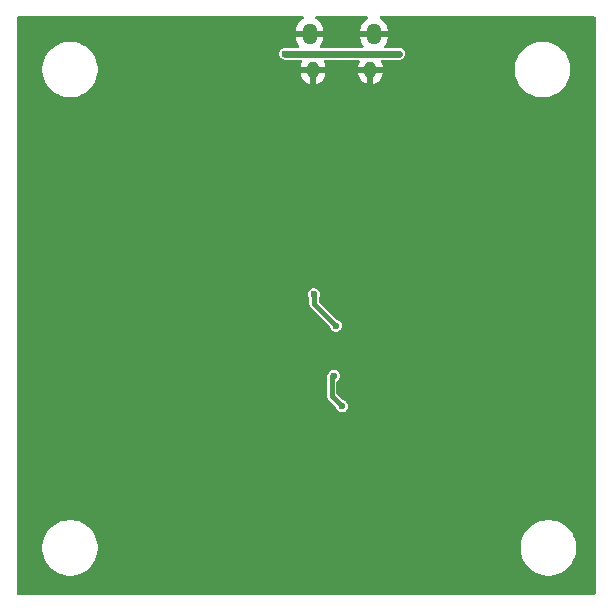
<source format=gbl>
G04 #@! TF.GenerationSoftware,KiCad,Pcbnew,8.0.5*
G04 #@! TF.CreationDate,2024-09-17T16:22:35-07:00*
G04 #@! TF.ProjectId,RP2040_PCB,52503230-3430-45f5-9043-422e6b696361,rev?*
G04 #@! TF.SameCoordinates,Original*
G04 #@! TF.FileFunction,Copper,L2,Bot*
G04 #@! TF.FilePolarity,Positive*
%FSLAX46Y46*%
G04 Gerber Fmt 4.6, Leading zero omitted, Abs format (unit mm)*
G04 Created by KiCad (PCBNEW 8.0.5) date 2024-09-17 16:22:35*
%MOMM*%
%LPD*%
G01*
G04 APERTURE LIST*
G04 #@! TA.AperFunction,ComponentPad*
%ADD10C,0.600000*%
G04 #@! TD*
G04 #@! TA.AperFunction,ComponentPad*
%ADD11O,1.300000X1.800000*%
G04 #@! TD*
G04 #@! TA.AperFunction,ComponentPad*
%ADD12O,1.050000X1.450000*%
G04 #@! TD*
G04 #@! TA.AperFunction,ViaPad*
%ADD13C,0.600000*%
G04 #@! TD*
G04 #@! TA.AperFunction,Conductor*
%ADD14C,0.600000*%
G04 #@! TD*
G04 #@! TA.AperFunction,Conductor*
%ADD15C,0.400000*%
G04 #@! TD*
G04 APERTURE END LIST*
D10*
G04 #@! TO.P,U3,57,GND*
G04 #@! TO.N,GND*
X152193566Y-103736781D03*
X152193566Y-105011781D03*
X152193566Y-106286781D03*
X153468566Y-103736781D03*
X153468566Y-105011781D03*
X153468566Y-106286781D03*
X154743566Y-103736781D03*
X154743566Y-105011781D03*
X154743566Y-106286781D03*
G04 #@! TD*
D11*
G04 #@! TO.P,J2,6,Shield*
G04 #@! TO.N,GND*
X157631066Y-78211781D03*
D12*
X157331066Y-81241781D03*
X152481066Y-81241781D03*
D11*
X152181066Y-78211781D03*
G04 #@! TD*
D13*
G04 #@! TO.N,GND*
X157406066Y-114711781D03*
X139050000Y-101250000D03*
X152150000Y-96200000D03*
X150406066Y-118711781D03*
X145906066Y-106211781D03*
X153406066Y-83211781D03*
X151406066Y-110711781D03*
X144406066Y-103711781D03*
X167906066Y-96711781D03*
X160906066Y-106711781D03*
X157406066Y-118711781D03*
X160900000Y-105250000D03*
X150406066Y-114711781D03*
X140906066Y-87211781D03*
X154906066Y-112711781D03*
X166406066Y-85211781D03*
X162960000Y-100900000D03*
X156600000Y-97200000D03*
X162990000Y-99650000D03*
X148906066Y-87211781D03*
X157700000Y-97211781D03*
X139406066Y-104211781D03*
X153300000Y-96211781D03*
X156406066Y-112711781D03*
G04 #@! TO.N,+3V3*
X159766000Y-79883000D03*
X150114000Y-79883000D03*
G04 #@! TO.N,+1V1*
X154940000Y-109728000D03*
X154400000Y-102900000D03*
X152550000Y-100250000D03*
X154250000Y-107150000D03*
G04 #@! TD*
D14*
G04 #@! TO.N,+3V3*
X150114000Y-79883000D02*
X159766000Y-79883000D01*
D15*
G04 #@! TO.N,+1V1*
X152550000Y-100250000D02*
X152550000Y-101050000D01*
X154050000Y-108838000D02*
X154940000Y-109728000D01*
X154050000Y-107200000D02*
X154050000Y-108838000D01*
X152550000Y-101050000D02*
X154400000Y-102900000D01*
G04 #@! TD*
G04 #@! TA.AperFunction,Conductor*
G04 #@! TO.N,GND*
G36*
X151650797Y-76731966D02*
G01*
X151696552Y-76784770D01*
X151706496Y-76853928D01*
X151677471Y-76917484D01*
X151640053Y-76946766D01*
X151578331Y-76978215D01*
X151431896Y-77084604D01*
X151303889Y-77212611D01*
X151197500Y-77359046D01*
X151115318Y-77520333D01*
X151115317Y-77520336D01*
X151059383Y-77692487D01*
X151031066Y-77871274D01*
X151031066Y-77961781D01*
X151831066Y-77961781D01*
X151831066Y-78461781D01*
X151031066Y-78461781D01*
X151031066Y-78552287D01*
X151059383Y-78731074D01*
X151115317Y-78903225D01*
X151115318Y-78903228D01*
X151197500Y-79064515D01*
X151285483Y-79185615D01*
X151308963Y-79251421D01*
X151293137Y-79319475D01*
X151243031Y-79368170D01*
X151185165Y-79382500D01*
X150042039Y-79382500D01*
X149980145Y-79400673D01*
X149977307Y-79401469D01*
X149920817Y-79416606D01*
X149914609Y-79419177D01*
X149904985Y-79422572D01*
X149903949Y-79423045D01*
X149855915Y-79453914D01*
X149850880Y-79456983D01*
X149806689Y-79482497D01*
X149802266Y-79485892D01*
X149786945Y-79498238D01*
X149782877Y-79500852D01*
X149782868Y-79500860D01*
X149750355Y-79538383D01*
X149744324Y-79544860D01*
X149713498Y-79575686D01*
X149710364Y-79581115D01*
X149696701Y-79600303D01*
X149688623Y-79609626D01*
X149688623Y-79609627D01*
X149671088Y-79648019D01*
X149665687Y-79658495D01*
X149647607Y-79689813D01*
X149647606Y-79689816D01*
X149644046Y-79703103D01*
X149637069Y-79722511D01*
X149628835Y-79740541D01*
X149623886Y-79774956D01*
X149620925Y-79789394D01*
X149613500Y-79817105D01*
X149613500Y-79838331D01*
X149612238Y-79855977D01*
X149608353Y-79882999D01*
X149612238Y-79910020D01*
X149613500Y-79927667D01*
X149613500Y-79948894D01*
X149620923Y-79976596D01*
X149623885Y-79991037D01*
X149628835Y-80025456D01*
X149628837Y-80025464D01*
X149637069Y-80043489D01*
X149644050Y-80062907D01*
X149647607Y-80076183D01*
X149647610Y-80076190D01*
X149665681Y-80107491D01*
X149671086Y-80117974D01*
X149688623Y-80156373D01*
X149696694Y-80165687D01*
X149710368Y-80184890D01*
X149713497Y-80190310D01*
X149713501Y-80190315D01*
X149744322Y-80221136D01*
X149750354Y-80227615D01*
X149782870Y-80265141D01*
X149782874Y-80265145D01*
X149786928Y-80267750D01*
X149802211Y-80280066D01*
X149806684Y-80283498D01*
X149806686Y-80283500D01*
X149850887Y-80309019D01*
X149855871Y-80312056D01*
X149903947Y-80342953D01*
X149903950Y-80342954D01*
X149903952Y-80342955D01*
X149904994Y-80343431D01*
X149914621Y-80346827D01*
X149920811Y-80349390D01*
X149920814Y-80349392D01*
X149977246Y-80364512D01*
X149977261Y-80364516D01*
X149980098Y-80365312D01*
X150042039Y-80383500D01*
X151458703Y-80383500D01*
X151525742Y-80403185D01*
X151571497Y-80455989D01*
X151581441Y-80525147D01*
X151573264Y-80554952D01*
X151495456Y-80742797D01*
X151495453Y-80742806D01*
X151456066Y-80940822D01*
X151456066Y-80991781D01*
X152157999Y-80991781D01*
X152156066Y-80998994D01*
X152156066Y-81484568D01*
X152157999Y-81491781D01*
X151456066Y-81491781D01*
X151456066Y-81542739D01*
X151495453Y-81740755D01*
X151495456Y-81740764D01*
X151572718Y-81927294D01*
X151572725Y-81927307D01*
X151684895Y-82095180D01*
X151684898Y-82095184D01*
X151827662Y-82237948D01*
X151827666Y-82237951D01*
X151995539Y-82350121D01*
X151995552Y-82350128D01*
X152182082Y-82427390D01*
X152182091Y-82427393D01*
X152231066Y-82437134D01*
X152231066Y-81651399D01*
X152281512Y-81701845D01*
X152355621Y-81744632D01*
X152438279Y-81766781D01*
X152523853Y-81766781D01*
X152606511Y-81744632D01*
X152680620Y-81701845D01*
X152731066Y-81651399D01*
X152731066Y-82437133D01*
X152780040Y-82427393D01*
X152780049Y-82427390D01*
X152966579Y-82350128D01*
X152966592Y-82350121D01*
X153134465Y-82237951D01*
X153134469Y-82237948D01*
X153277233Y-82095184D01*
X153277236Y-82095180D01*
X153389406Y-81927307D01*
X153389413Y-81927294D01*
X153466675Y-81740764D01*
X153466678Y-81740755D01*
X153506065Y-81542739D01*
X153506066Y-81542736D01*
X153506066Y-81491781D01*
X152804133Y-81491781D01*
X152806066Y-81484568D01*
X152806066Y-80998994D01*
X152804133Y-80991781D01*
X153506066Y-80991781D01*
X153506066Y-80940826D01*
X153506065Y-80940822D01*
X153466678Y-80742806D01*
X153466675Y-80742797D01*
X153388868Y-80554952D01*
X153381399Y-80485483D01*
X153412674Y-80423004D01*
X153472764Y-80387352D01*
X153503429Y-80383500D01*
X156308703Y-80383500D01*
X156375742Y-80403185D01*
X156421497Y-80455989D01*
X156431441Y-80525147D01*
X156423264Y-80554952D01*
X156345456Y-80742797D01*
X156345453Y-80742806D01*
X156306066Y-80940822D01*
X156306066Y-80991781D01*
X157007999Y-80991781D01*
X157006066Y-80998994D01*
X157006066Y-81484568D01*
X157007999Y-81491781D01*
X156306066Y-81491781D01*
X156306066Y-81542739D01*
X156345453Y-81740755D01*
X156345456Y-81740764D01*
X156422718Y-81927294D01*
X156422725Y-81927307D01*
X156534895Y-82095180D01*
X156534898Y-82095184D01*
X156677662Y-82237948D01*
X156677666Y-82237951D01*
X156845539Y-82350121D01*
X156845552Y-82350128D01*
X157032082Y-82427390D01*
X157032091Y-82427393D01*
X157081066Y-82437134D01*
X157081066Y-81651399D01*
X157131512Y-81701845D01*
X157205621Y-81744632D01*
X157288279Y-81766781D01*
X157373853Y-81766781D01*
X157456511Y-81744632D01*
X157530620Y-81701845D01*
X157581066Y-81651399D01*
X157581066Y-82437133D01*
X157630040Y-82427393D01*
X157630049Y-82427390D01*
X157816579Y-82350128D01*
X157816592Y-82350121D01*
X157984465Y-82237951D01*
X157984469Y-82237948D01*
X158127233Y-82095184D01*
X158127236Y-82095180D01*
X158239406Y-81927307D01*
X158239413Y-81927294D01*
X158316675Y-81740764D01*
X158316678Y-81740755D01*
X158356065Y-81542739D01*
X158356066Y-81542736D01*
X158356066Y-81491781D01*
X157654133Y-81491781D01*
X157656066Y-81484568D01*
X157656066Y-81057727D01*
X169555566Y-81057727D01*
X169555566Y-81365834D01*
X169555567Y-81365850D01*
X169595783Y-81671323D01*
X169675530Y-81968943D01*
X169793442Y-82253607D01*
X169793447Y-82253618D01*
X169849164Y-82350121D01*
X169947504Y-82520451D01*
X169947506Y-82520454D01*
X169947507Y-82520455D01*
X170135073Y-82764896D01*
X170135079Y-82764903D01*
X170352943Y-82982767D01*
X170352949Y-82982772D01*
X170597396Y-83170343D01*
X170768896Y-83269359D01*
X170864228Y-83324399D01*
X170864233Y-83324401D01*
X170864236Y-83324403D01*
X171148902Y-83442316D01*
X171446522Y-83522063D01*
X171752006Y-83562281D01*
X171752013Y-83562281D01*
X172060119Y-83562281D01*
X172060126Y-83562281D01*
X172365610Y-83522063D01*
X172663230Y-83442316D01*
X172947896Y-83324403D01*
X173214736Y-83170343D01*
X173459183Y-82982772D01*
X173677057Y-82764898D01*
X173864628Y-82520451D01*
X174018688Y-82253611D01*
X174136601Y-81968945D01*
X174216348Y-81671325D01*
X174256566Y-81365841D01*
X174256566Y-81057721D01*
X174216348Y-80752237D01*
X174136601Y-80454617D01*
X174018688Y-80169951D01*
X174018686Y-80169948D01*
X174018684Y-80169943D01*
X173935268Y-80025464D01*
X173864628Y-79903111D01*
X173700959Y-79689814D01*
X173677058Y-79658665D01*
X173677052Y-79658658D01*
X173459188Y-79440794D01*
X173459181Y-79440788D01*
X173214740Y-79253222D01*
X173214739Y-79253221D01*
X173214736Y-79253219D01*
X173097642Y-79185615D01*
X172947903Y-79099162D01*
X172947892Y-79099157D01*
X172663228Y-78981245D01*
X172365608Y-78901498D01*
X172060135Y-78861282D01*
X172060132Y-78861281D01*
X172060126Y-78861281D01*
X171752006Y-78861281D01*
X171752000Y-78861281D01*
X171751996Y-78861282D01*
X171446523Y-78901498D01*
X171148903Y-78981245D01*
X170864239Y-79099157D01*
X170864228Y-79099162D01*
X170597391Y-79253222D01*
X170352950Y-79440788D01*
X170352943Y-79440794D01*
X170135079Y-79658658D01*
X170135073Y-79658665D01*
X169947507Y-79903106D01*
X169793447Y-80169943D01*
X169793442Y-80169954D01*
X169675530Y-80454618D01*
X169595783Y-80752238D01*
X169555567Y-81057711D01*
X169555566Y-81057727D01*
X157656066Y-81057727D01*
X157656066Y-80998994D01*
X157654133Y-80991781D01*
X158356066Y-80991781D01*
X158356066Y-80940826D01*
X158356065Y-80940822D01*
X158316678Y-80742806D01*
X158316675Y-80742797D01*
X158238868Y-80554952D01*
X158231399Y-80485483D01*
X158262674Y-80423004D01*
X158322764Y-80387352D01*
X158353429Y-80383500D01*
X159837963Y-80383500D01*
X159837963Y-80383499D01*
X159876226Y-80372263D01*
X159899902Y-80365312D01*
X159902681Y-80364531D01*
X159959186Y-80349392D01*
X159959189Y-80349389D01*
X159965367Y-80346832D01*
X159974996Y-80343434D01*
X159976045Y-80342955D01*
X159976053Y-80342953D01*
X160024087Y-80312082D01*
X160029102Y-80309025D01*
X160073314Y-80283500D01*
X160073321Y-80283492D01*
X160077828Y-80280035D01*
X160093067Y-80267752D01*
X160097128Y-80265143D01*
X160129653Y-80227605D01*
X160135673Y-80221140D01*
X160135677Y-80221136D01*
X160166500Y-80190314D01*
X160169628Y-80184894D01*
X160183306Y-80165687D01*
X160191377Y-80156373D01*
X160208912Y-80117974D01*
X160214311Y-80107502D01*
X160232392Y-80076186D01*
X160235952Y-80062898D01*
X160242934Y-80043479D01*
X160251164Y-80025459D01*
X160251163Y-80025459D01*
X160251165Y-80025457D01*
X160256111Y-79991053D01*
X160259074Y-79976606D01*
X160260263Y-79972165D01*
X160266500Y-79948892D01*
X160266500Y-79927667D01*
X160267762Y-79910020D01*
X160271647Y-79882999D01*
X160267762Y-79855977D01*
X160266500Y-79838331D01*
X160266500Y-79817110D01*
X160266500Y-79817108D01*
X160259073Y-79789390D01*
X160256111Y-79774946D01*
X160251165Y-79740545D01*
X160251165Y-79740543D01*
X160242928Y-79722509D01*
X160235949Y-79703091D01*
X160232392Y-79689814D01*
X160214316Y-79658506D01*
X160208911Y-79648020D01*
X160191380Y-79609633D01*
X160191379Y-79609631D01*
X160191377Y-79609627D01*
X160191372Y-79609621D01*
X160183306Y-79600312D01*
X160169628Y-79581104D01*
X160166499Y-79575685D01*
X160135677Y-79544863D01*
X160129659Y-79538401D01*
X160097128Y-79500857D01*
X160097125Y-79500854D01*
X160093066Y-79498246D01*
X160077793Y-79485937D01*
X160073318Y-79482504D01*
X160073314Y-79482500D01*
X160061404Y-79475623D01*
X160029121Y-79456984D01*
X160024085Y-79453915D01*
X160003662Y-79440790D01*
X159976053Y-79423047D01*
X159976051Y-79423046D01*
X159976049Y-79423045D01*
X159975004Y-79422567D01*
X159965375Y-79419171D01*
X159959192Y-79416610D01*
X159959187Y-79416608D01*
X159959186Y-79416608D01*
X159902701Y-79401473D01*
X159899862Y-79400675D01*
X159837963Y-79382500D01*
X159837961Y-79382500D01*
X159831892Y-79382500D01*
X158626967Y-79382500D01*
X158559928Y-79362815D01*
X158514173Y-79310011D01*
X158504229Y-79240853D01*
X158526649Y-79185615D01*
X158614631Y-79064515D01*
X158696813Y-78903228D01*
X158696814Y-78903225D01*
X158752748Y-78731074D01*
X158781066Y-78552287D01*
X158781066Y-78461781D01*
X157981066Y-78461781D01*
X157981066Y-77961781D01*
X158781066Y-77961781D01*
X158781066Y-77871274D01*
X158752748Y-77692487D01*
X158696814Y-77520336D01*
X158696813Y-77520333D01*
X158614631Y-77359046D01*
X158508242Y-77212611D01*
X158380235Y-77084604D01*
X158233800Y-76978215D01*
X158172079Y-76946766D01*
X158121283Y-76898791D01*
X158104488Y-76830970D01*
X158127026Y-76764835D01*
X158181741Y-76721384D01*
X158228374Y-76712281D01*
X176281566Y-76712281D01*
X176348605Y-76731966D01*
X176394360Y-76784770D01*
X176405566Y-76836281D01*
X176405566Y-125587281D01*
X176385881Y-125654320D01*
X176333077Y-125700075D01*
X176281566Y-125711281D01*
X127530566Y-125711281D01*
X127463527Y-125691596D01*
X127417772Y-125638792D01*
X127406566Y-125587281D01*
X127406566Y-121557727D01*
X129555566Y-121557727D01*
X129555566Y-121865834D01*
X129555567Y-121865850D01*
X129595783Y-122171323D01*
X129675530Y-122468943D01*
X129793442Y-122753607D01*
X129793447Y-122753618D01*
X129886080Y-122914061D01*
X129947504Y-123020451D01*
X129947506Y-123020454D01*
X129947507Y-123020455D01*
X130135073Y-123264896D01*
X130135079Y-123264903D01*
X130352943Y-123482767D01*
X130352949Y-123482772D01*
X130597396Y-123670343D01*
X130768896Y-123769359D01*
X130864228Y-123824399D01*
X130864233Y-123824401D01*
X130864236Y-123824403D01*
X131148902Y-123942316D01*
X131446522Y-124022063D01*
X131752006Y-124062281D01*
X131752013Y-124062281D01*
X132060119Y-124062281D01*
X132060126Y-124062281D01*
X132365610Y-124022063D01*
X132663230Y-123942316D01*
X132947896Y-123824403D01*
X133214736Y-123670343D01*
X133459183Y-123482772D01*
X133677057Y-123264898D01*
X133864628Y-123020451D01*
X134018688Y-122753611D01*
X134136601Y-122468945D01*
X134216348Y-122171325D01*
X134256566Y-121865841D01*
X134256566Y-121557727D01*
X170055566Y-121557727D01*
X170055566Y-121865834D01*
X170055567Y-121865850D01*
X170095783Y-122171323D01*
X170175530Y-122468943D01*
X170293442Y-122753607D01*
X170293447Y-122753618D01*
X170386080Y-122914061D01*
X170447504Y-123020451D01*
X170447506Y-123020454D01*
X170447507Y-123020455D01*
X170635073Y-123264896D01*
X170635079Y-123264903D01*
X170852943Y-123482767D01*
X170852949Y-123482772D01*
X171097396Y-123670343D01*
X171268896Y-123769359D01*
X171364228Y-123824399D01*
X171364233Y-123824401D01*
X171364236Y-123824403D01*
X171648902Y-123942316D01*
X171946522Y-124022063D01*
X172252006Y-124062281D01*
X172252013Y-124062281D01*
X172560119Y-124062281D01*
X172560126Y-124062281D01*
X172865610Y-124022063D01*
X173163230Y-123942316D01*
X173447896Y-123824403D01*
X173714736Y-123670343D01*
X173959183Y-123482772D01*
X174177057Y-123264898D01*
X174364628Y-123020451D01*
X174518688Y-122753611D01*
X174636601Y-122468945D01*
X174716348Y-122171325D01*
X174756566Y-121865841D01*
X174756566Y-121557721D01*
X174716348Y-121252237D01*
X174636601Y-120954617D01*
X174518688Y-120669951D01*
X174518686Y-120669948D01*
X174518684Y-120669943D01*
X174463644Y-120574611D01*
X174364628Y-120403111D01*
X174177057Y-120158664D01*
X174177052Y-120158658D01*
X173959188Y-119940794D01*
X173959181Y-119940788D01*
X173714740Y-119753222D01*
X173714739Y-119753221D01*
X173714736Y-119753219D01*
X173608346Y-119691795D01*
X173447903Y-119599162D01*
X173447892Y-119599157D01*
X173163228Y-119481245D01*
X172865608Y-119401498D01*
X172560135Y-119361282D01*
X172560132Y-119361281D01*
X172560126Y-119361281D01*
X172252006Y-119361281D01*
X172252000Y-119361281D01*
X172251996Y-119361282D01*
X171946523Y-119401498D01*
X171648903Y-119481245D01*
X171364239Y-119599157D01*
X171364228Y-119599162D01*
X171097391Y-119753222D01*
X170852950Y-119940788D01*
X170852943Y-119940794D01*
X170635079Y-120158658D01*
X170635073Y-120158665D01*
X170447507Y-120403106D01*
X170293447Y-120669943D01*
X170293442Y-120669954D01*
X170175530Y-120954618D01*
X170095783Y-121252238D01*
X170055567Y-121557711D01*
X170055566Y-121557727D01*
X134256566Y-121557727D01*
X134256566Y-121557721D01*
X134216348Y-121252237D01*
X134136601Y-120954617D01*
X134018688Y-120669951D01*
X134018686Y-120669948D01*
X134018684Y-120669943D01*
X133963644Y-120574611D01*
X133864628Y-120403111D01*
X133677057Y-120158664D01*
X133677052Y-120158658D01*
X133459188Y-119940794D01*
X133459181Y-119940788D01*
X133214740Y-119753222D01*
X133214739Y-119753221D01*
X133214736Y-119753219D01*
X133108346Y-119691795D01*
X132947903Y-119599162D01*
X132947892Y-119599157D01*
X132663228Y-119481245D01*
X132365608Y-119401498D01*
X132060135Y-119361282D01*
X132060132Y-119361281D01*
X132060126Y-119361281D01*
X131752006Y-119361281D01*
X131752000Y-119361281D01*
X131751996Y-119361282D01*
X131446523Y-119401498D01*
X131148903Y-119481245D01*
X130864239Y-119599157D01*
X130864228Y-119599162D01*
X130597391Y-119753222D01*
X130352950Y-119940788D01*
X130352943Y-119940794D01*
X130135079Y-120158658D01*
X130135073Y-120158665D01*
X129947507Y-120403106D01*
X129793447Y-120669943D01*
X129793442Y-120669954D01*
X129675530Y-120954618D01*
X129595783Y-121252238D01*
X129555567Y-121557711D01*
X129555566Y-121557727D01*
X127406566Y-121557727D01*
X127406566Y-107147273D01*
X153649500Y-107147273D01*
X153649500Y-108890726D01*
X153676793Y-108992589D01*
X153703156Y-109038250D01*
X153729520Y-109083913D01*
X153729522Y-109083915D01*
X154415369Y-109769762D01*
X154448854Y-109831085D01*
X154450426Y-109839795D01*
X154454835Y-109870457D01*
X154514623Y-110001373D01*
X154608872Y-110110143D01*
X154729947Y-110187953D01*
X154729950Y-110187954D01*
X154729949Y-110187954D01*
X154868036Y-110228499D01*
X154868038Y-110228500D01*
X154868039Y-110228500D01*
X155011962Y-110228500D01*
X155011962Y-110228499D01*
X155150053Y-110187953D01*
X155271128Y-110110143D01*
X155365377Y-110001373D01*
X155425165Y-109870457D01*
X155445647Y-109728000D01*
X155425165Y-109585543D01*
X155365377Y-109454627D01*
X155271128Y-109345857D01*
X155236581Y-109323655D01*
X155150051Y-109268045D01*
X155033736Y-109233893D01*
X154980990Y-109202597D01*
X154486819Y-108708426D01*
X154453334Y-108647103D01*
X154450500Y-108620745D01*
X154450500Y-107683801D01*
X154470185Y-107616762D01*
X154507458Y-107579487D01*
X154581128Y-107532143D01*
X154675377Y-107423373D01*
X154735165Y-107292457D01*
X154755647Y-107150000D01*
X154735165Y-107007543D01*
X154675377Y-106876627D01*
X154581128Y-106767857D01*
X154460053Y-106690047D01*
X154460051Y-106690046D01*
X154460049Y-106690045D01*
X154460050Y-106690045D01*
X154321963Y-106649500D01*
X154321961Y-106649500D01*
X154178039Y-106649500D01*
X154178036Y-106649500D01*
X154039949Y-106690045D01*
X153918872Y-106767856D01*
X153853818Y-106842932D01*
X153822112Y-106869112D01*
X153804090Y-106879518D01*
X153804084Y-106879522D01*
X153729521Y-106954085D01*
X153676794Y-107045410D01*
X153676793Y-107045413D01*
X153649500Y-107147273D01*
X127406566Y-107147273D01*
X127406566Y-100250000D01*
X152044353Y-100250000D01*
X152064834Y-100392456D01*
X152104123Y-100478485D01*
X152124623Y-100523373D01*
X152124627Y-100523378D01*
X152129418Y-100530833D01*
X152126364Y-100532795D01*
X152148235Y-100580663D01*
X152149500Y-100598332D01*
X152149500Y-101102726D01*
X152176793Y-101204589D01*
X152203156Y-101250250D01*
X152229520Y-101295913D01*
X152229522Y-101295915D01*
X153875369Y-102941762D01*
X153908854Y-103003085D01*
X153910426Y-103011795D01*
X153914835Y-103042457D01*
X153974623Y-103173373D01*
X154068872Y-103282143D01*
X154189947Y-103359953D01*
X154189950Y-103359954D01*
X154189949Y-103359954D01*
X154328036Y-103400499D01*
X154328038Y-103400500D01*
X154328039Y-103400500D01*
X154471962Y-103400500D01*
X154471962Y-103400499D01*
X154610053Y-103359953D01*
X154731128Y-103282143D01*
X154825377Y-103173373D01*
X154885165Y-103042457D01*
X154905647Y-102900000D01*
X154885165Y-102757543D01*
X154825377Y-102626627D01*
X154731128Y-102517857D01*
X154696581Y-102495655D01*
X154610051Y-102440045D01*
X154493736Y-102405893D01*
X154440990Y-102374597D01*
X152986819Y-100920426D01*
X152953334Y-100859103D01*
X152950500Y-100832745D01*
X152950500Y-100598332D01*
X152970185Y-100531293D01*
X152970901Y-100530336D01*
X152975368Y-100523382D01*
X152975377Y-100523373D01*
X153035165Y-100392457D01*
X153055647Y-100250000D01*
X153035165Y-100107543D01*
X152975377Y-99976627D01*
X152881128Y-99867857D01*
X152760053Y-99790047D01*
X152760051Y-99790046D01*
X152760049Y-99790045D01*
X152760050Y-99790045D01*
X152621963Y-99749500D01*
X152621961Y-99749500D01*
X152478039Y-99749500D01*
X152478036Y-99749500D01*
X152339949Y-99790045D01*
X152218873Y-99867856D01*
X152124623Y-99976626D01*
X152124622Y-99976628D01*
X152064834Y-100107543D01*
X152044353Y-100250000D01*
X127406566Y-100250000D01*
X127406566Y-81057727D01*
X129555566Y-81057727D01*
X129555566Y-81365834D01*
X129555567Y-81365850D01*
X129595783Y-81671323D01*
X129675530Y-81968943D01*
X129793442Y-82253607D01*
X129793447Y-82253618D01*
X129849164Y-82350121D01*
X129947504Y-82520451D01*
X129947506Y-82520454D01*
X129947507Y-82520455D01*
X130135073Y-82764896D01*
X130135079Y-82764903D01*
X130352943Y-82982767D01*
X130352949Y-82982772D01*
X130597396Y-83170343D01*
X130768896Y-83269359D01*
X130864228Y-83324399D01*
X130864233Y-83324401D01*
X130864236Y-83324403D01*
X131148902Y-83442316D01*
X131446522Y-83522063D01*
X131752006Y-83562281D01*
X131752013Y-83562281D01*
X132060119Y-83562281D01*
X132060126Y-83562281D01*
X132365610Y-83522063D01*
X132663230Y-83442316D01*
X132947896Y-83324403D01*
X133214736Y-83170343D01*
X133459183Y-82982772D01*
X133677057Y-82764898D01*
X133864628Y-82520451D01*
X134018688Y-82253611D01*
X134136601Y-81968945D01*
X134216348Y-81671325D01*
X134256566Y-81365841D01*
X134256566Y-81057721D01*
X134216348Y-80752237D01*
X134136601Y-80454617D01*
X134018688Y-80169951D01*
X134018686Y-80169948D01*
X134018684Y-80169943D01*
X133935268Y-80025464D01*
X133864628Y-79903111D01*
X133700959Y-79689814D01*
X133677058Y-79658665D01*
X133677052Y-79658658D01*
X133459188Y-79440794D01*
X133459181Y-79440788D01*
X133214740Y-79253222D01*
X133214739Y-79253221D01*
X133214736Y-79253219D01*
X133097642Y-79185615D01*
X132947903Y-79099162D01*
X132947892Y-79099157D01*
X132663228Y-78981245D01*
X132365608Y-78901498D01*
X132060135Y-78861282D01*
X132060132Y-78861281D01*
X132060126Y-78861281D01*
X131752006Y-78861281D01*
X131752000Y-78861281D01*
X131751996Y-78861282D01*
X131446523Y-78901498D01*
X131148903Y-78981245D01*
X130864239Y-79099157D01*
X130864228Y-79099162D01*
X130597391Y-79253222D01*
X130352950Y-79440788D01*
X130352943Y-79440794D01*
X130135079Y-79658658D01*
X130135073Y-79658665D01*
X129947507Y-79903106D01*
X129793447Y-80169943D01*
X129793442Y-80169954D01*
X129675530Y-80454618D01*
X129595783Y-80752238D01*
X129555567Y-81057711D01*
X129555566Y-81057727D01*
X127406566Y-81057727D01*
X127406566Y-76836281D01*
X127426251Y-76769242D01*
X127479055Y-76723487D01*
X127530566Y-76712281D01*
X151583758Y-76712281D01*
X151650797Y-76731966D01*
G37*
G04 #@! TD.AperFunction*
G04 #@! TA.AperFunction,Conductor*
G36*
X157100797Y-76731966D02*
G01*
X157146552Y-76784770D01*
X157156496Y-76853928D01*
X157127471Y-76917484D01*
X157090053Y-76946766D01*
X157028331Y-76978215D01*
X156881896Y-77084604D01*
X156753889Y-77212611D01*
X156647500Y-77359046D01*
X156565318Y-77520333D01*
X156565317Y-77520336D01*
X156509383Y-77692487D01*
X156481066Y-77871274D01*
X156481066Y-77961781D01*
X157281066Y-77961781D01*
X157281066Y-78461781D01*
X156481066Y-78461781D01*
X156481066Y-78552287D01*
X156509383Y-78731074D01*
X156565317Y-78903225D01*
X156565318Y-78903228D01*
X156647500Y-79064515D01*
X156735483Y-79185615D01*
X156758963Y-79251421D01*
X156743137Y-79319475D01*
X156693031Y-79368170D01*
X156635165Y-79382500D01*
X153176967Y-79382500D01*
X153109928Y-79362815D01*
X153064173Y-79310011D01*
X153054229Y-79240853D01*
X153076649Y-79185615D01*
X153164631Y-79064515D01*
X153246813Y-78903228D01*
X153246814Y-78903225D01*
X153302748Y-78731074D01*
X153331066Y-78552287D01*
X153331066Y-78461781D01*
X152531066Y-78461781D01*
X152531066Y-77961781D01*
X153331066Y-77961781D01*
X153331066Y-77871274D01*
X153302748Y-77692487D01*
X153246814Y-77520336D01*
X153246813Y-77520333D01*
X153164631Y-77359046D01*
X153058242Y-77212611D01*
X152930235Y-77084604D01*
X152783800Y-76978215D01*
X152722079Y-76946766D01*
X152671283Y-76898791D01*
X152654488Y-76830970D01*
X152677026Y-76764835D01*
X152731741Y-76721384D01*
X152778374Y-76712281D01*
X157033758Y-76712281D01*
X157100797Y-76731966D01*
G37*
G04 #@! TD.AperFunction*
G04 #@! TD*
M02*

</source>
